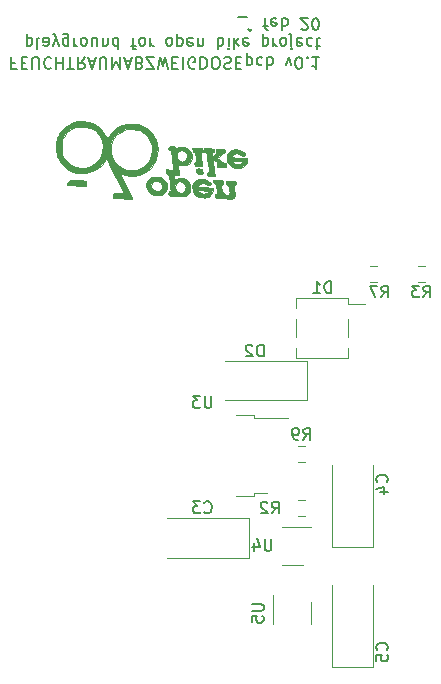
<source format=gbr>
G04 #@! TF.GenerationSoftware,KiCad,Pcbnew,5.1.5*
G04 #@! TF.CreationDate,2020-02-16T17:08:25+01:00*
G04 #@! TF.ProjectId,feuchtraumabzweigdose,66657563-6874-4726-9175-6d61627a7765,rev?*
G04 #@! TF.SameCoordinates,Original*
G04 #@! TF.FileFunction,Legend,Bot*
G04 #@! TF.FilePolarity,Positive*
%FSLAX46Y46*%
G04 Gerber Fmt 4.6, Leading zero omitted, Abs format (unit mm)*
G04 Created by KiCad (PCBNEW 5.1.5) date 2020-02-16 17:08:25*
%MOMM*%
%LPD*%
G04 APERTURE LIST*
%ADD10C,0.150000*%
%ADD11C,0.010000*%
%ADD12C,0.120000*%
G04 APERTURE END LIST*
D10*
X137827738Y-56331428D02*
X137494404Y-56331428D01*
X137494404Y-55807619D02*
X137494404Y-56807619D01*
X137970595Y-56807619D01*
X138351547Y-56331428D02*
X138684880Y-56331428D01*
X138827738Y-55807619D02*
X138351547Y-55807619D01*
X138351547Y-56807619D01*
X138827738Y-56807619D01*
X139256309Y-56807619D02*
X139256309Y-55998095D01*
X139303928Y-55902857D01*
X139351547Y-55855238D01*
X139446785Y-55807619D01*
X139637261Y-55807619D01*
X139732500Y-55855238D01*
X139780119Y-55902857D01*
X139827738Y-55998095D01*
X139827738Y-56807619D01*
X140875357Y-55902857D02*
X140827738Y-55855238D01*
X140684880Y-55807619D01*
X140589642Y-55807619D01*
X140446785Y-55855238D01*
X140351547Y-55950476D01*
X140303928Y-56045714D01*
X140256309Y-56236190D01*
X140256309Y-56379047D01*
X140303928Y-56569523D01*
X140351547Y-56664761D01*
X140446785Y-56760000D01*
X140589642Y-56807619D01*
X140684880Y-56807619D01*
X140827738Y-56760000D01*
X140875357Y-56712380D01*
X141303928Y-55807619D02*
X141303928Y-56807619D01*
X141303928Y-56331428D02*
X141875357Y-56331428D01*
X141875357Y-55807619D02*
X141875357Y-56807619D01*
X142208690Y-56807619D02*
X142780119Y-56807619D01*
X142494404Y-55807619D02*
X142494404Y-56807619D01*
X143684880Y-55807619D02*
X143351547Y-56283809D01*
X143113452Y-55807619D02*
X143113452Y-56807619D01*
X143494404Y-56807619D01*
X143589642Y-56760000D01*
X143637261Y-56712380D01*
X143684880Y-56617142D01*
X143684880Y-56474285D01*
X143637261Y-56379047D01*
X143589642Y-56331428D01*
X143494404Y-56283809D01*
X143113452Y-56283809D01*
X144065833Y-56093333D02*
X144542023Y-56093333D01*
X143970595Y-55807619D02*
X144303928Y-56807619D01*
X144637261Y-55807619D01*
X144970595Y-56807619D02*
X144970595Y-55998095D01*
X145018214Y-55902857D01*
X145065833Y-55855238D01*
X145161071Y-55807619D01*
X145351547Y-55807619D01*
X145446785Y-55855238D01*
X145494404Y-55902857D01*
X145542023Y-55998095D01*
X145542023Y-56807619D01*
X146018214Y-55807619D02*
X146018214Y-56807619D01*
X146351547Y-56093333D01*
X146684880Y-56807619D01*
X146684880Y-55807619D01*
X147113452Y-56093333D02*
X147589642Y-56093333D01*
X147018214Y-55807619D02*
X147351547Y-56807619D01*
X147684880Y-55807619D01*
X148351547Y-56331428D02*
X148494404Y-56283809D01*
X148542023Y-56236190D01*
X148589642Y-56140952D01*
X148589642Y-55998095D01*
X148542023Y-55902857D01*
X148494404Y-55855238D01*
X148399166Y-55807619D01*
X148018214Y-55807619D01*
X148018214Y-56807619D01*
X148351547Y-56807619D01*
X148446785Y-56760000D01*
X148494404Y-56712380D01*
X148542023Y-56617142D01*
X148542023Y-56521904D01*
X148494404Y-56426666D01*
X148446785Y-56379047D01*
X148351547Y-56331428D01*
X148018214Y-56331428D01*
X148922976Y-56807619D02*
X149589642Y-56807619D01*
X148922976Y-55807619D01*
X149589642Y-55807619D01*
X149875357Y-56807619D02*
X150113452Y-55807619D01*
X150303928Y-56521904D01*
X150494404Y-55807619D01*
X150732500Y-56807619D01*
X151113452Y-56331428D02*
X151446785Y-56331428D01*
X151589642Y-55807619D02*
X151113452Y-55807619D01*
X151113452Y-56807619D01*
X151589642Y-56807619D01*
X152018214Y-55807619D02*
X152018214Y-56807619D01*
X153018214Y-56760000D02*
X152922976Y-56807619D01*
X152780119Y-56807619D01*
X152637261Y-56760000D01*
X152542023Y-56664761D01*
X152494404Y-56569523D01*
X152446785Y-56379047D01*
X152446785Y-56236190D01*
X152494404Y-56045714D01*
X152542023Y-55950476D01*
X152637261Y-55855238D01*
X152780119Y-55807619D01*
X152875357Y-55807619D01*
X153018214Y-55855238D01*
X153065833Y-55902857D01*
X153065833Y-56236190D01*
X152875357Y-56236190D01*
X153494404Y-55807619D02*
X153494404Y-56807619D01*
X153732500Y-56807619D01*
X153875357Y-56760000D01*
X153970595Y-56664761D01*
X154018214Y-56569523D01*
X154065833Y-56379047D01*
X154065833Y-56236190D01*
X154018214Y-56045714D01*
X153970595Y-55950476D01*
X153875357Y-55855238D01*
X153732500Y-55807619D01*
X153494404Y-55807619D01*
X154684880Y-56807619D02*
X154875357Y-56807619D01*
X154970595Y-56760000D01*
X155065833Y-56664761D01*
X155113452Y-56474285D01*
X155113452Y-56140952D01*
X155065833Y-55950476D01*
X154970595Y-55855238D01*
X154875357Y-55807619D01*
X154684880Y-55807619D01*
X154589642Y-55855238D01*
X154494404Y-55950476D01*
X154446785Y-56140952D01*
X154446785Y-56474285D01*
X154494404Y-56664761D01*
X154589642Y-56760000D01*
X154684880Y-56807619D01*
X155494404Y-55855238D02*
X155637261Y-55807619D01*
X155875357Y-55807619D01*
X155970595Y-55855238D01*
X156018214Y-55902857D01*
X156065833Y-55998095D01*
X156065833Y-56093333D01*
X156018214Y-56188571D01*
X155970595Y-56236190D01*
X155875357Y-56283809D01*
X155684880Y-56331428D01*
X155589642Y-56379047D01*
X155542023Y-56426666D01*
X155494404Y-56521904D01*
X155494404Y-56617142D01*
X155542023Y-56712380D01*
X155589642Y-56760000D01*
X155684880Y-56807619D01*
X155922976Y-56807619D01*
X156065833Y-56760000D01*
X156494404Y-56331428D02*
X156827738Y-56331428D01*
X156970595Y-55807619D02*
X156494404Y-55807619D01*
X156494404Y-56807619D01*
X156970595Y-56807619D01*
X157399166Y-56474285D02*
X157399166Y-55474285D01*
X157399166Y-56426666D02*
X157494404Y-56474285D01*
X157684880Y-56474285D01*
X157780119Y-56426666D01*
X157827738Y-56379047D01*
X157875357Y-56283809D01*
X157875357Y-55998095D01*
X157827738Y-55902857D01*
X157780119Y-55855238D01*
X157684880Y-55807619D01*
X157494404Y-55807619D01*
X157399166Y-55855238D01*
X158732500Y-55855238D02*
X158637261Y-55807619D01*
X158446785Y-55807619D01*
X158351547Y-55855238D01*
X158303928Y-55902857D01*
X158256309Y-55998095D01*
X158256309Y-56283809D01*
X158303928Y-56379047D01*
X158351547Y-56426666D01*
X158446785Y-56474285D01*
X158637261Y-56474285D01*
X158732500Y-56426666D01*
X159161071Y-55807619D02*
X159161071Y-56807619D01*
X159161071Y-56426666D02*
X159256309Y-56474285D01*
X159446785Y-56474285D01*
X159542023Y-56426666D01*
X159589642Y-56379047D01*
X159637261Y-56283809D01*
X159637261Y-55998095D01*
X159589642Y-55902857D01*
X159542023Y-55855238D01*
X159446785Y-55807619D01*
X159256309Y-55807619D01*
X159161071Y-55855238D01*
X160732500Y-56474285D02*
X160970595Y-55807619D01*
X161208690Y-56474285D01*
X161780119Y-56807619D02*
X161875357Y-56807619D01*
X161970595Y-56760000D01*
X162018214Y-56712380D01*
X162065833Y-56617142D01*
X162113452Y-56426666D01*
X162113452Y-56188571D01*
X162065833Y-55998095D01*
X162018214Y-55902857D01*
X161970595Y-55855238D01*
X161875357Y-55807619D01*
X161780119Y-55807619D01*
X161684880Y-55855238D01*
X161637261Y-55902857D01*
X161589642Y-55998095D01*
X161542023Y-56188571D01*
X161542023Y-56426666D01*
X161589642Y-56617142D01*
X161637261Y-56712380D01*
X161684880Y-56760000D01*
X161780119Y-56807619D01*
X162542023Y-55902857D02*
X162589642Y-55855238D01*
X162542023Y-55807619D01*
X162494404Y-55855238D01*
X162542023Y-55902857D01*
X162542023Y-55807619D01*
X163542023Y-55807619D02*
X162970595Y-55807619D01*
X163256309Y-55807619D02*
X163256309Y-56807619D01*
X163161071Y-56664761D01*
X163065833Y-56569523D01*
X162970595Y-56521904D01*
X138780119Y-54824285D02*
X138780119Y-53824285D01*
X138780119Y-54776666D02*
X138875357Y-54824285D01*
X139065833Y-54824285D01*
X139161071Y-54776666D01*
X139208690Y-54729047D01*
X139256309Y-54633809D01*
X139256309Y-54348095D01*
X139208690Y-54252857D01*
X139161071Y-54205238D01*
X139065833Y-54157619D01*
X138875357Y-54157619D01*
X138780119Y-54205238D01*
X139827738Y-54157619D02*
X139732500Y-54205238D01*
X139684880Y-54300476D01*
X139684880Y-55157619D01*
X140637261Y-54157619D02*
X140637261Y-54681428D01*
X140589642Y-54776666D01*
X140494404Y-54824285D01*
X140303928Y-54824285D01*
X140208690Y-54776666D01*
X140637261Y-54205238D02*
X140542023Y-54157619D01*
X140303928Y-54157619D01*
X140208690Y-54205238D01*
X140161071Y-54300476D01*
X140161071Y-54395714D01*
X140208690Y-54490952D01*
X140303928Y-54538571D01*
X140542023Y-54538571D01*
X140637261Y-54586190D01*
X141018214Y-54824285D02*
X141256309Y-54157619D01*
X141494404Y-54824285D02*
X141256309Y-54157619D01*
X141161071Y-53919523D01*
X141113452Y-53871904D01*
X141018214Y-53824285D01*
X142303928Y-54824285D02*
X142303928Y-54014761D01*
X142256309Y-53919523D01*
X142208690Y-53871904D01*
X142113452Y-53824285D01*
X141970595Y-53824285D01*
X141875357Y-53871904D01*
X142303928Y-54205238D02*
X142208690Y-54157619D01*
X142018214Y-54157619D01*
X141922976Y-54205238D01*
X141875357Y-54252857D01*
X141827738Y-54348095D01*
X141827738Y-54633809D01*
X141875357Y-54729047D01*
X141922976Y-54776666D01*
X142018214Y-54824285D01*
X142208690Y-54824285D01*
X142303928Y-54776666D01*
X142780119Y-54157619D02*
X142780119Y-54824285D01*
X142780119Y-54633809D02*
X142827738Y-54729047D01*
X142875357Y-54776666D01*
X142970595Y-54824285D01*
X143065833Y-54824285D01*
X143542023Y-54157619D02*
X143446785Y-54205238D01*
X143399166Y-54252857D01*
X143351547Y-54348095D01*
X143351547Y-54633809D01*
X143399166Y-54729047D01*
X143446785Y-54776666D01*
X143542023Y-54824285D01*
X143684880Y-54824285D01*
X143780119Y-54776666D01*
X143827738Y-54729047D01*
X143875357Y-54633809D01*
X143875357Y-54348095D01*
X143827738Y-54252857D01*
X143780119Y-54205238D01*
X143684880Y-54157619D01*
X143542023Y-54157619D01*
X144732500Y-54824285D02*
X144732500Y-54157619D01*
X144303928Y-54824285D02*
X144303928Y-54300476D01*
X144351547Y-54205238D01*
X144446785Y-54157619D01*
X144589642Y-54157619D01*
X144684880Y-54205238D01*
X144732500Y-54252857D01*
X145208690Y-54824285D02*
X145208690Y-54157619D01*
X145208690Y-54729047D02*
X145256309Y-54776666D01*
X145351547Y-54824285D01*
X145494404Y-54824285D01*
X145589642Y-54776666D01*
X145637261Y-54681428D01*
X145637261Y-54157619D01*
X146542023Y-54157619D02*
X146542023Y-55157619D01*
X146542023Y-54205238D02*
X146446785Y-54157619D01*
X146256309Y-54157619D01*
X146161071Y-54205238D01*
X146113452Y-54252857D01*
X146065833Y-54348095D01*
X146065833Y-54633809D01*
X146113452Y-54729047D01*
X146161071Y-54776666D01*
X146256309Y-54824285D01*
X146446785Y-54824285D01*
X146542023Y-54776666D01*
X147637261Y-54824285D02*
X148018214Y-54824285D01*
X147780119Y-54157619D02*
X147780119Y-55014761D01*
X147827738Y-55110000D01*
X147922976Y-55157619D01*
X148018214Y-55157619D01*
X148494404Y-54157619D02*
X148399166Y-54205238D01*
X148351547Y-54252857D01*
X148303928Y-54348095D01*
X148303928Y-54633809D01*
X148351547Y-54729047D01*
X148399166Y-54776666D01*
X148494404Y-54824285D01*
X148637261Y-54824285D01*
X148732499Y-54776666D01*
X148780119Y-54729047D01*
X148827738Y-54633809D01*
X148827738Y-54348095D01*
X148780119Y-54252857D01*
X148732499Y-54205238D01*
X148637261Y-54157619D01*
X148494404Y-54157619D01*
X149256309Y-54157619D02*
X149256309Y-54824285D01*
X149256309Y-54633809D02*
X149303928Y-54729047D01*
X149351547Y-54776666D01*
X149446785Y-54824285D01*
X149542023Y-54824285D01*
X150780119Y-54157619D02*
X150684880Y-54205238D01*
X150637261Y-54252857D01*
X150589642Y-54348095D01*
X150589642Y-54633809D01*
X150637261Y-54729047D01*
X150684880Y-54776666D01*
X150780119Y-54824285D01*
X150922976Y-54824285D01*
X151018214Y-54776666D01*
X151065833Y-54729047D01*
X151113452Y-54633809D01*
X151113452Y-54348095D01*
X151065833Y-54252857D01*
X151018214Y-54205238D01*
X150922976Y-54157619D01*
X150780119Y-54157619D01*
X151542023Y-54824285D02*
X151542023Y-53824285D01*
X151542023Y-54776666D02*
X151637261Y-54824285D01*
X151827738Y-54824285D01*
X151922976Y-54776666D01*
X151970595Y-54729047D01*
X152018214Y-54633809D01*
X152018214Y-54348095D01*
X151970595Y-54252857D01*
X151922976Y-54205238D01*
X151827738Y-54157619D01*
X151637261Y-54157619D01*
X151542023Y-54205238D01*
X152827738Y-54205238D02*
X152732499Y-54157619D01*
X152542023Y-54157619D01*
X152446785Y-54205238D01*
X152399166Y-54300476D01*
X152399166Y-54681428D01*
X152446785Y-54776666D01*
X152542023Y-54824285D01*
X152732499Y-54824285D01*
X152827738Y-54776666D01*
X152875357Y-54681428D01*
X152875357Y-54586190D01*
X152399166Y-54490952D01*
X153303928Y-54824285D02*
X153303928Y-54157619D01*
X153303928Y-54729047D02*
X153351547Y-54776666D01*
X153446785Y-54824285D01*
X153589642Y-54824285D01*
X153684880Y-54776666D01*
X153732499Y-54681428D01*
X153732499Y-54157619D01*
X154970595Y-54157619D02*
X154970595Y-55157619D01*
X154970595Y-54776666D02*
X155065833Y-54824285D01*
X155256309Y-54824285D01*
X155351547Y-54776666D01*
X155399166Y-54729047D01*
X155446785Y-54633809D01*
X155446785Y-54348095D01*
X155399166Y-54252857D01*
X155351547Y-54205238D01*
X155256309Y-54157619D01*
X155065833Y-54157619D01*
X154970595Y-54205238D01*
X155875357Y-54157619D02*
X155875357Y-54824285D01*
X155875357Y-55157619D02*
X155827738Y-55110000D01*
X155875357Y-55062380D01*
X155922976Y-55110000D01*
X155875357Y-55157619D01*
X155875357Y-55062380D01*
X156351547Y-54157619D02*
X156351547Y-55157619D01*
X156446785Y-54538571D02*
X156732499Y-54157619D01*
X156732499Y-54824285D02*
X156351547Y-54443333D01*
X157542023Y-54205238D02*
X157446785Y-54157619D01*
X157256309Y-54157619D01*
X157161071Y-54205238D01*
X157113452Y-54300476D01*
X157113452Y-54681428D01*
X157161071Y-54776666D01*
X157256309Y-54824285D01*
X157446785Y-54824285D01*
X157542023Y-54776666D01*
X157589642Y-54681428D01*
X157589642Y-54586190D01*
X157113452Y-54490952D01*
X158780119Y-54824285D02*
X158780119Y-53824285D01*
X158780119Y-54776666D02*
X158875357Y-54824285D01*
X159065833Y-54824285D01*
X159161071Y-54776666D01*
X159208690Y-54729047D01*
X159256309Y-54633809D01*
X159256309Y-54348095D01*
X159208690Y-54252857D01*
X159161071Y-54205238D01*
X159065833Y-54157619D01*
X158875357Y-54157619D01*
X158780119Y-54205238D01*
X159684880Y-54157619D02*
X159684880Y-54824285D01*
X159684880Y-54633809D02*
X159732499Y-54729047D01*
X159780119Y-54776666D01*
X159875357Y-54824285D01*
X159970595Y-54824285D01*
X160446785Y-54157619D02*
X160351547Y-54205238D01*
X160303928Y-54252857D01*
X160256309Y-54348095D01*
X160256309Y-54633809D01*
X160303928Y-54729047D01*
X160351547Y-54776666D01*
X160446785Y-54824285D01*
X160589642Y-54824285D01*
X160684880Y-54776666D01*
X160732499Y-54729047D01*
X160780119Y-54633809D01*
X160780119Y-54348095D01*
X160732499Y-54252857D01*
X160684880Y-54205238D01*
X160589642Y-54157619D01*
X160446785Y-54157619D01*
X161208690Y-54824285D02*
X161208690Y-53967142D01*
X161161071Y-53871904D01*
X161065833Y-53824285D01*
X161018214Y-53824285D01*
X161208690Y-55157619D02*
X161161071Y-55110000D01*
X161208690Y-55062380D01*
X161256309Y-55110000D01*
X161208690Y-55157619D01*
X161208690Y-55062380D01*
X162065833Y-54205238D02*
X161970595Y-54157619D01*
X161780119Y-54157619D01*
X161684880Y-54205238D01*
X161637261Y-54300476D01*
X161637261Y-54681428D01*
X161684880Y-54776666D01*
X161780119Y-54824285D01*
X161970595Y-54824285D01*
X162065833Y-54776666D01*
X162113452Y-54681428D01*
X162113452Y-54586190D01*
X161637261Y-54490952D01*
X162970595Y-54205238D02*
X162875357Y-54157619D01*
X162684880Y-54157619D01*
X162589642Y-54205238D01*
X162542023Y-54252857D01*
X162494404Y-54348095D01*
X162494404Y-54633809D01*
X162542023Y-54729047D01*
X162589642Y-54776666D01*
X162684880Y-54824285D01*
X162875357Y-54824285D01*
X162970595Y-54776666D01*
X163256309Y-54824285D02*
X163637261Y-54824285D01*
X163399166Y-55157619D02*
X163399166Y-54300476D01*
X163446785Y-54205238D01*
X163542023Y-54157619D01*
X163637261Y-54157619D01*
X156637261Y-52412380D02*
X157399166Y-52412380D01*
X157494404Y-53412380D02*
X157684880Y-53555238D01*
X157875357Y-53412380D01*
X158827738Y-53174285D02*
X159208690Y-53174285D01*
X158970595Y-52507619D02*
X158970595Y-53364761D01*
X159018214Y-53460000D01*
X159113452Y-53507619D01*
X159208690Y-53507619D01*
X159922976Y-52555238D02*
X159827738Y-52507619D01*
X159637261Y-52507619D01*
X159542023Y-52555238D01*
X159494404Y-52650476D01*
X159494404Y-53031428D01*
X159542023Y-53126666D01*
X159637261Y-53174285D01*
X159827738Y-53174285D01*
X159922976Y-53126666D01*
X159970595Y-53031428D01*
X159970595Y-52936190D01*
X159494404Y-52840952D01*
X160399166Y-52507619D02*
X160399166Y-53507619D01*
X160399166Y-53126666D02*
X160494404Y-53174285D01*
X160684880Y-53174285D01*
X160780119Y-53126666D01*
X160827738Y-53079047D01*
X160875357Y-52983809D01*
X160875357Y-52698095D01*
X160827738Y-52602857D01*
X160780119Y-52555238D01*
X160684880Y-52507619D01*
X160494404Y-52507619D01*
X160399166Y-52555238D01*
X162018214Y-53412380D02*
X162065833Y-53460000D01*
X162161071Y-53507619D01*
X162399166Y-53507619D01*
X162494404Y-53460000D01*
X162542023Y-53412380D01*
X162589642Y-53317142D01*
X162589642Y-53221904D01*
X162542023Y-53079047D01*
X161970595Y-52507619D01*
X162589642Y-52507619D01*
X163208690Y-53507619D02*
X163303928Y-53507619D01*
X163399166Y-53460000D01*
X163446785Y-53412380D01*
X163494404Y-53317142D01*
X163542023Y-53126666D01*
X163542023Y-52888571D01*
X163494404Y-52698095D01*
X163446785Y-52602857D01*
X163399166Y-52555238D01*
X163303928Y-52507619D01*
X163208690Y-52507619D01*
X163113452Y-52555238D01*
X163065833Y-52602857D01*
X163018214Y-52698095D01*
X162970595Y-52888571D01*
X162970595Y-53126666D01*
X163018214Y-53317142D01*
X163065833Y-53412380D01*
X163113452Y-53460000D01*
X163208690Y-53507619D01*
D11*
G36*
X156258367Y-67742871D02*
G01*
X156312043Y-67697097D01*
X156371093Y-67608213D01*
X156397145Y-67487492D01*
X156394461Y-67298672D01*
X156379473Y-67123710D01*
X156360427Y-66877911D01*
X156365410Y-66732090D01*
X156397417Y-66658349D01*
X156431735Y-66636750D01*
X156500995Y-66546560D01*
X156496386Y-66432586D01*
X156470532Y-66341933D01*
X156415613Y-66291860D01*
X156299675Y-66270385D01*
X156090767Y-66265526D01*
X156050824Y-66265489D01*
X155826935Y-66268454D01*
X155703086Y-66285059D01*
X155649740Y-66326873D01*
X155637363Y-66405461D01*
X155637204Y-66427479D01*
X155669287Y-66556315D01*
X155758318Y-66589469D01*
X155853250Y-66650852D01*
X155920620Y-66825541D01*
X155956084Y-67099350D01*
X155960471Y-67249803D01*
X155936308Y-67408139D01*
X155850622Y-67467447D01*
X155686195Y-67435629D01*
X155615569Y-67408091D01*
X155462356Y-67337729D01*
X155373574Y-67262708D01*
X155323544Y-67143962D01*
X155286589Y-66942427D01*
X155279779Y-66897250D01*
X155258376Y-66709399D01*
X155271663Y-66617176D01*
X155325476Y-66589867D01*
X155338266Y-66589469D01*
X155424105Y-66534640D01*
X155442817Y-66435036D01*
X155412417Y-66320404D01*
X155308565Y-66248295D01*
X155112279Y-66211202D01*
X154852440Y-66201578D01*
X154671486Y-66206071D01*
X154589251Y-66233327D01*
X154574930Y-66301876D01*
X154584611Y-66362683D01*
X154637121Y-66484508D01*
X154700851Y-66524673D01*
X154762314Y-66545665D01*
X154808760Y-66623767D01*
X154847819Y-66781673D01*
X154887122Y-67042074D01*
X154894790Y-67101419D01*
X154916026Y-67300754D01*
X154910226Y-67398616D01*
X154871893Y-67421322D01*
X154830415Y-67409597D01*
X154754318Y-67402890D01*
X154736756Y-67485152D01*
X154741995Y-67545606D01*
X154766784Y-67654392D01*
X154832670Y-67710596D01*
X154976096Y-67736149D01*
X155070240Y-67743147D01*
X155268920Y-67742258D01*
X155369783Y-67711068D01*
X155378021Y-67692886D01*
X155426778Y-67667536D01*
X155561395Y-67717741D01*
X155569191Y-67721734D01*
X155817416Y-67804929D01*
X156061529Y-67811498D01*
X156258367Y-67742871D01*
G37*
X156258367Y-67742871D02*
X156312043Y-67697097D01*
X156371093Y-67608213D01*
X156397145Y-67487492D01*
X156394461Y-67298672D01*
X156379473Y-67123710D01*
X156360427Y-66877911D01*
X156365410Y-66732090D01*
X156397417Y-66658349D01*
X156431735Y-66636750D01*
X156500995Y-66546560D01*
X156496386Y-66432586D01*
X156470532Y-66341933D01*
X156415613Y-66291860D01*
X156299675Y-66270385D01*
X156090767Y-66265526D01*
X156050824Y-66265489D01*
X155826935Y-66268454D01*
X155703086Y-66285059D01*
X155649740Y-66326873D01*
X155637363Y-66405461D01*
X155637204Y-66427479D01*
X155669287Y-66556315D01*
X155758318Y-66589469D01*
X155853250Y-66650852D01*
X155920620Y-66825541D01*
X155956084Y-67099350D01*
X155960471Y-67249803D01*
X155936308Y-67408139D01*
X155850622Y-67467447D01*
X155686195Y-67435629D01*
X155615569Y-67408091D01*
X155462356Y-67337729D01*
X155373574Y-67262708D01*
X155323544Y-67143962D01*
X155286589Y-66942427D01*
X155279779Y-66897250D01*
X155258376Y-66709399D01*
X155271663Y-66617176D01*
X155325476Y-66589867D01*
X155338266Y-66589469D01*
X155424105Y-66534640D01*
X155442817Y-66435036D01*
X155412417Y-66320404D01*
X155308565Y-66248295D01*
X155112279Y-66211202D01*
X154852440Y-66201578D01*
X154671486Y-66206071D01*
X154589251Y-66233327D01*
X154574930Y-66301876D01*
X154584611Y-66362683D01*
X154637121Y-66484508D01*
X154700851Y-66524673D01*
X154762314Y-66545665D01*
X154808760Y-66623767D01*
X154847819Y-66781673D01*
X154887122Y-67042074D01*
X154894790Y-67101419D01*
X154916026Y-67300754D01*
X154910226Y-67398616D01*
X154871893Y-67421322D01*
X154830415Y-67409597D01*
X154754318Y-67402890D01*
X154736756Y-67485152D01*
X154741995Y-67545606D01*
X154766784Y-67654392D01*
X154832670Y-67710596D01*
X154976096Y-67736149D01*
X155070240Y-67743147D01*
X155268920Y-67742258D01*
X155369783Y-67711068D01*
X155378021Y-67692886D01*
X155426778Y-67667536D01*
X155561395Y-67717741D01*
X155569191Y-67721734D01*
X155817416Y-67804929D01*
X156061529Y-67811498D01*
X156258367Y-67742871D01*
G36*
X143844347Y-66284505D02*
G01*
X143348602Y-66242599D01*
X142989641Y-66214230D01*
X142735769Y-66202329D01*
X142563135Y-66210333D01*
X142447893Y-66241682D01*
X142366195Y-66299811D01*
X142294194Y-66388161D01*
X142289055Y-66395349D01*
X142226142Y-66487191D01*
X142200371Y-66552683D01*
X142227752Y-66597596D01*
X142324290Y-66627699D01*
X142505995Y-66648762D01*
X142788874Y-66666554D01*
X143082995Y-66681521D01*
X143844347Y-66719632D01*
X143844347Y-66284505D01*
G37*
X143844347Y-66284505D02*
X143348602Y-66242599D01*
X142989641Y-66214230D01*
X142735769Y-66202329D01*
X142563135Y-66210333D01*
X142447893Y-66241682D01*
X142366195Y-66299811D01*
X142294194Y-66388161D01*
X142289055Y-66395349D01*
X142226142Y-66487191D01*
X142200371Y-66552683D01*
X142227752Y-66597596D01*
X142324290Y-66627699D01*
X142505995Y-66648762D01*
X142788874Y-66666554D01*
X143082995Y-66681521D01*
X143844347Y-66719632D01*
X143844347Y-66284505D01*
G36*
X154014377Y-67681823D02*
G01*
X154164649Y-67642591D01*
X154289606Y-67555751D01*
X154346270Y-67501596D01*
X154492244Y-67303920D01*
X154535674Y-67087412D01*
X154535674Y-66862632D01*
X153887715Y-66816255D01*
X153615881Y-66791863D01*
X153400179Y-66763114D01*
X153267983Y-66734215D01*
X153239755Y-66716700D01*
X153296018Y-66590326D01*
X153439800Y-66505452D01*
X153633595Y-66469487D01*
X153839895Y-66489839D01*
X154008707Y-66564821D01*
X154151611Y-66633242D01*
X154295490Y-66606879D01*
X154321300Y-66595604D01*
X154429922Y-66530402D01*
X154431147Y-66462864D01*
X154401196Y-66421592D01*
X154179380Y-66252084D01*
X153864735Y-66156003D01*
X153600373Y-66135898D01*
X153367471Y-66147788D01*
X153207253Y-66195348D01*
X153064048Y-66296414D01*
X153044140Y-66314086D01*
X152863039Y-66556458D01*
X152800133Y-66838899D01*
X152845617Y-67071110D01*
X153239755Y-67071110D01*
X153297449Y-67062568D01*
X153444095Y-67066628D01*
X153640041Y-67079921D01*
X153845634Y-67099084D01*
X154021224Y-67120748D01*
X154127156Y-67141548D01*
X154139933Y-67147528D01*
X154144289Y-67211627D01*
X154058716Y-67283667D01*
X153919573Y-67342511D01*
X153763218Y-67367019D01*
X153762407Y-67367020D01*
X153586606Y-67335181D01*
X153411602Y-67256377D01*
X153281677Y-67155678D01*
X153239755Y-67071110D01*
X152845617Y-67071110D01*
X152859225Y-67140579D01*
X152883184Y-67195469D01*
X153069817Y-67456542D01*
X153337804Y-67620084D01*
X153691488Y-67688477D01*
X153786954Y-67691000D01*
X154014377Y-67681823D01*
G37*
X154014377Y-67681823D02*
X154164649Y-67642591D01*
X154289606Y-67555751D01*
X154346270Y-67501596D01*
X154492244Y-67303920D01*
X154535674Y-67087412D01*
X154535674Y-66862632D01*
X153887715Y-66816255D01*
X153615881Y-66791863D01*
X153400179Y-66763114D01*
X153267983Y-66734215D01*
X153239755Y-66716700D01*
X153296018Y-66590326D01*
X153439800Y-66505452D01*
X153633595Y-66469487D01*
X153839895Y-66489839D01*
X154008707Y-66564821D01*
X154151611Y-66633242D01*
X154295490Y-66606879D01*
X154321300Y-66595604D01*
X154429922Y-66530402D01*
X154431147Y-66462864D01*
X154401196Y-66421592D01*
X154179380Y-66252084D01*
X153864735Y-66156003D01*
X153600373Y-66135898D01*
X153367471Y-66147788D01*
X153207253Y-66195348D01*
X153064048Y-66296414D01*
X153044140Y-66314086D01*
X152863039Y-66556458D01*
X152800133Y-66838899D01*
X152845617Y-67071110D01*
X153239755Y-67071110D01*
X153297449Y-67062568D01*
X153444095Y-67066628D01*
X153640041Y-67079921D01*
X153845634Y-67099084D01*
X154021224Y-67120748D01*
X154127156Y-67141548D01*
X154139933Y-67147528D01*
X154144289Y-67211627D01*
X154058716Y-67283667D01*
X153919573Y-67342511D01*
X153763218Y-67367019D01*
X153762407Y-67367020D01*
X153586606Y-67335181D01*
X153411602Y-67256377D01*
X153281677Y-67155678D01*
X153239755Y-67071110D01*
X152845617Y-67071110D01*
X152859225Y-67140579D01*
X152883184Y-67195469D01*
X153069817Y-67456542D01*
X153337804Y-67620084D01*
X153691488Y-67688477D01*
X153786954Y-67691000D01*
X154014377Y-67681823D01*
G36*
X149924249Y-67481324D02*
G01*
X150154534Y-67449781D01*
X150309678Y-67386851D01*
X150443898Y-67268954D01*
X150464416Y-67246371D01*
X150591368Y-67067573D01*
X150642592Y-66871986D01*
X150647919Y-66742814D01*
X150634981Y-66550583D01*
X150579349Y-66405953D01*
X150455799Y-66253795D01*
X150396358Y-66193070D01*
X150245886Y-66052267D01*
X150120259Y-65976984D01*
X149967102Y-65946856D01*
X149749421Y-65941510D01*
X149510649Y-65950241D01*
X149350493Y-65986577D01*
X149218572Y-66065726D01*
X149152264Y-66121801D01*
X148978657Y-66354446D01*
X148910649Y-66624948D01*
X148919084Y-66696669D01*
X149352000Y-66696669D01*
X149404323Y-66478206D01*
X149539060Y-66329235D01*
X149722868Y-66260995D01*
X149922401Y-66284722D01*
X150104314Y-66411654D01*
X150124848Y-66436218D01*
X150242051Y-66660175D01*
X150230422Y-66870558D01*
X150127027Y-67030822D01*
X149946687Y-67144713D01*
X149745250Y-67155796D01*
X149556528Y-67078650D01*
X149414331Y-66927851D01*
X149352472Y-66717979D01*
X149352000Y-66696669D01*
X148919084Y-66696669D01*
X148943395Y-66903373D01*
X149072050Y-67159784D01*
X149291768Y-67364248D01*
X149359734Y-67403417D01*
X149584385Y-67476165D01*
X149874876Y-67484932D01*
X149924249Y-67481324D01*
G37*
X149924249Y-67481324D02*
X150154534Y-67449781D01*
X150309678Y-67386851D01*
X150443898Y-67268954D01*
X150464416Y-67246371D01*
X150591368Y-67067573D01*
X150642592Y-66871986D01*
X150647919Y-66742814D01*
X150634981Y-66550583D01*
X150579349Y-66405953D01*
X150455799Y-66253795D01*
X150396358Y-66193070D01*
X150245886Y-66052267D01*
X150120259Y-65976984D01*
X149967102Y-65946856D01*
X149749421Y-65941510D01*
X149510649Y-65950241D01*
X149350493Y-65986577D01*
X149218572Y-66065726D01*
X149152264Y-66121801D01*
X148978657Y-66354446D01*
X148910649Y-66624948D01*
X148919084Y-66696669D01*
X149352000Y-66696669D01*
X149404323Y-66478206D01*
X149539060Y-66329235D01*
X149722868Y-66260995D01*
X149922401Y-66284722D01*
X150104314Y-66411654D01*
X150124848Y-66436218D01*
X150242051Y-66660175D01*
X150230422Y-66870558D01*
X150127027Y-67030822D01*
X149946687Y-67144713D01*
X149745250Y-67155796D01*
X149556528Y-67078650D01*
X149414331Y-66927851D01*
X149352472Y-66717979D01*
X149352000Y-66696669D01*
X148919084Y-66696669D01*
X148943395Y-66903373D01*
X149072050Y-67159784D01*
X149291768Y-67364248D01*
X149359734Y-67403417D01*
X149584385Y-67476165D01*
X149874876Y-67484932D01*
X149924249Y-67481324D01*
G36*
X153623283Y-65666930D02*
G01*
X153685048Y-65601329D01*
X153672890Y-65456408D01*
X153652487Y-65374546D01*
X153601593Y-65276629D01*
X153492771Y-65235176D01*
X153360556Y-65228755D01*
X153199095Y-65235063D01*
X153136110Y-65271535D01*
X153140544Y-65364490D01*
X153150286Y-65406944D01*
X153199613Y-65578686D01*
X153265150Y-65658387D01*
X153387785Y-65681226D01*
X153470365Y-65682326D01*
X153623283Y-65666930D01*
G37*
X153623283Y-65666930D02*
X153685048Y-65601329D01*
X153672890Y-65456408D01*
X153652487Y-65374546D01*
X153601593Y-65276629D01*
X153492771Y-65235176D01*
X153360556Y-65228755D01*
X153199095Y-65235063D01*
X153136110Y-65271535D01*
X153140544Y-65364490D01*
X153150286Y-65406944D01*
X153199613Y-65578686D01*
X153265150Y-65658387D01*
X153387785Y-65681226D01*
X153470365Y-65682326D01*
X153623283Y-65666930D01*
G36*
X156936676Y-65185927D02*
G01*
X157192832Y-65049696D01*
X157273172Y-64972712D01*
X157405073Y-64784523D01*
X157441661Y-64603044D01*
X157439010Y-64559412D01*
X157419092Y-64354010D01*
X156787332Y-64335464D01*
X156454245Y-64317196D01*
X156243758Y-64283014D01*
X156149429Y-64228934D01*
X156164817Y-64150970D01*
X156283479Y-64045137D01*
X156299581Y-64033704D01*
X156505257Y-63943719D01*
X156723415Y-63966611D01*
X156910874Y-64058039D01*
X157060444Y-64135292D01*
X157161128Y-64137850D01*
X157232407Y-64097206D01*
X157311237Y-64018420D01*
X157284884Y-63935794D01*
X157254656Y-63897413D01*
X157040599Y-63732287D01*
X156755149Y-63638766D01*
X156439212Y-63623781D01*
X156133697Y-63694261D01*
X156111168Y-63703696D01*
X155888169Y-63864392D01*
X155753012Y-64095865D01*
X155713213Y-64367198D01*
X155774969Y-64641617D01*
X156196399Y-64641617D01*
X156198482Y-64604010D01*
X156276626Y-64586357D01*
X156451765Y-64581117D01*
X156599101Y-64580796D01*
X156828717Y-64588931D01*
X156993459Y-64610510D01*
X157062282Y-64641296D01*
X157062715Y-64644098D01*
X157013828Y-64721647D01*
X156903358Y-64811814D01*
X156689733Y-64881038D01*
X156458643Y-64846796D01*
X156258966Y-64716943D01*
X156249442Y-64706715D01*
X156196399Y-64641617D01*
X155774969Y-64641617D01*
X155776288Y-64647474D01*
X155849083Y-64781800D01*
X156070985Y-65017221D01*
X156346032Y-65165705D01*
X156644503Y-65223268D01*
X156936676Y-65185927D01*
G37*
X156936676Y-65185927D02*
X157192832Y-65049696D01*
X157273172Y-64972712D01*
X157405073Y-64784523D01*
X157441661Y-64603044D01*
X157439010Y-64559412D01*
X157419092Y-64354010D01*
X156787332Y-64335464D01*
X156454245Y-64317196D01*
X156243758Y-64283014D01*
X156149429Y-64228934D01*
X156164817Y-64150970D01*
X156283479Y-64045137D01*
X156299581Y-64033704D01*
X156505257Y-63943719D01*
X156723415Y-63966611D01*
X156910874Y-64058039D01*
X157060444Y-64135292D01*
X157161128Y-64137850D01*
X157232407Y-64097206D01*
X157311237Y-64018420D01*
X157284884Y-63935794D01*
X157254656Y-63897413D01*
X157040599Y-63732287D01*
X156755149Y-63638766D01*
X156439212Y-63623781D01*
X156133697Y-63694261D01*
X156111168Y-63703696D01*
X155888169Y-63864392D01*
X155753012Y-64095865D01*
X155713213Y-64367198D01*
X155774969Y-64641617D01*
X156196399Y-64641617D01*
X156198482Y-64604010D01*
X156276626Y-64586357D01*
X156451765Y-64581117D01*
X156599101Y-64580796D01*
X156828717Y-64588931D01*
X156993459Y-64610510D01*
X157062282Y-64641296D01*
X157062715Y-64644098D01*
X157013828Y-64721647D01*
X156903358Y-64811814D01*
X156689733Y-64881038D01*
X156458643Y-64846796D01*
X156258966Y-64716943D01*
X156249442Y-64706715D01*
X156196399Y-64641617D01*
X155774969Y-64641617D01*
X155776288Y-64647474D01*
X155849083Y-64781800D01*
X156070985Y-65017221D01*
X156346032Y-65165705D01*
X156644503Y-65223268D01*
X156936676Y-65185927D01*
G36*
X154602738Y-65871879D02*
G01*
X154691317Y-65847290D01*
X154709585Y-65787819D01*
X154699524Y-65730923D01*
X154673451Y-65585798D01*
X154642990Y-65372657D01*
X154611987Y-65125421D01*
X154584288Y-64878010D01*
X154563737Y-64664342D01*
X154554180Y-64518339D01*
X154556925Y-64473150D01*
X154616097Y-64494958D01*
X154740251Y-64574051D01*
X154795887Y-64613953D01*
X154911730Y-64710995D01*
X154950000Y-64768453D01*
X154937038Y-64775183D01*
X154878902Y-64830550D01*
X154859653Y-64937173D01*
X154867039Y-65024252D01*
X154908713Y-65072754D01*
X155013954Y-65093939D01*
X155212039Y-65099069D01*
X155280827Y-65099163D01*
X155507231Y-65096322D01*
X155633336Y-65080294D01*
X155688419Y-65039817D01*
X155701757Y-64963630D01*
X155702000Y-64937173D01*
X155667030Y-64805353D01*
X155600282Y-64775183D01*
X155492888Y-64740240D01*
X155325390Y-64650407D01*
X155200334Y-64569996D01*
X154902103Y-64364808D01*
X155156261Y-64149786D01*
X155317004Y-64026128D01*
X155446669Y-63947918D01*
X155491414Y-63933800D01*
X155552279Y-63877670D01*
X155572408Y-63770847D01*
X155556873Y-63663915D01*
X155485408Y-63617948D01*
X155329424Y-63607972D01*
X155120809Y-63596014D01*
X154941364Y-63568130D01*
X154930514Y-63565367D01*
X154829276Y-63547788D01*
X154794694Y-63591082D01*
X154807508Y-63726123D01*
X154812148Y-63755097D01*
X154818718Y-63947045D01*
X154753757Y-64068121D01*
X154741287Y-64079428D01*
X154589347Y-64197260D01*
X154506731Y-64219475D01*
X154474284Y-64145141D01*
X154470878Y-64066252D01*
X154498724Y-63910262D01*
X154568072Y-63868040D01*
X154642063Y-63818514D01*
X154663521Y-63711762D01*
X154628920Y-63610530D01*
X154584271Y-63579798D01*
X154478790Y-63560733D01*
X154290720Y-63537526D01*
X154124191Y-63521046D01*
X153913680Y-63505071D01*
X153804689Y-63511092D01*
X153769833Y-63547781D01*
X153781726Y-63623813D01*
X153783127Y-63629066D01*
X153813911Y-63762075D01*
X153822034Y-63819444D01*
X153875427Y-63863005D01*
X153917176Y-63868040D01*
X153959879Y-63877136D01*
X153994876Y-63916504D01*
X154026496Y-64004267D01*
X154059066Y-64158546D01*
X154096914Y-64397464D01*
X154144368Y-64739143D01*
X154168646Y-64920974D01*
X154205558Y-65209958D01*
X154222758Y-65394145D01*
X154218990Y-65497008D01*
X154193001Y-65542019D01*
X154143538Y-65552653D01*
X154134904Y-65552734D01*
X154036520Y-65580668D01*
X154026341Y-65679128D01*
X154056637Y-65774221D01*
X154128535Y-65842396D01*
X154291632Y-65873201D01*
X154414249Y-65876714D01*
X154602738Y-65871879D01*
G37*
X154602738Y-65871879D02*
X154691317Y-65847290D01*
X154709585Y-65787819D01*
X154699524Y-65730923D01*
X154673451Y-65585798D01*
X154642990Y-65372657D01*
X154611987Y-65125421D01*
X154584288Y-64878010D01*
X154563737Y-64664342D01*
X154554180Y-64518339D01*
X154556925Y-64473150D01*
X154616097Y-64494958D01*
X154740251Y-64574051D01*
X154795887Y-64613953D01*
X154911730Y-64710995D01*
X154950000Y-64768453D01*
X154937038Y-64775183D01*
X154878902Y-64830550D01*
X154859653Y-64937173D01*
X154867039Y-65024252D01*
X154908713Y-65072754D01*
X155013954Y-65093939D01*
X155212039Y-65099069D01*
X155280827Y-65099163D01*
X155507231Y-65096322D01*
X155633336Y-65080294D01*
X155688419Y-65039817D01*
X155701757Y-64963630D01*
X155702000Y-64937173D01*
X155667030Y-64805353D01*
X155600282Y-64775183D01*
X155492888Y-64740240D01*
X155325390Y-64650407D01*
X155200334Y-64569996D01*
X154902103Y-64364808D01*
X155156261Y-64149786D01*
X155317004Y-64026128D01*
X155446669Y-63947918D01*
X155491414Y-63933800D01*
X155552279Y-63877670D01*
X155572408Y-63770847D01*
X155556873Y-63663915D01*
X155485408Y-63617948D01*
X155329424Y-63607972D01*
X155120809Y-63596014D01*
X154941364Y-63568130D01*
X154930514Y-63565367D01*
X154829276Y-63547788D01*
X154794694Y-63591082D01*
X154807508Y-63726123D01*
X154812148Y-63755097D01*
X154818718Y-63947045D01*
X154753757Y-64068121D01*
X154741287Y-64079428D01*
X154589347Y-64197260D01*
X154506731Y-64219475D01*
X154474284Y-64145141D01*
X154470878Y-64066252D01*
X154498724Y-63910262D01*
X154568072Y-63868040D01*
X154642063Y-63818514D01*
X154663521Y-63711762D01*
X154628920Y-63610530D01*
X154584271Y-63579798D01*
X154478790Y-63560733D01*
X154290720Y-63537526D01*
X154124191Y-63521046D01*
X153913680Y-63505071D01*
X153804689Y-63511092D01*
X153769833Y-63547781D01*
X153781726Y-63623813D01*
X153783127Y-63629066D01*
X153813911Y-63762075D01*
X153822034Y-63819444D01*
X153875427Y-63863005D01*
X153917176Y-63868040D01*
X153959879Y-63877136D01*
X153994876Y-63916504D01*
X154026496Y-64004267D01*
X154059066Y-64158546D01*
X154096914Y-64397464D01*
X154144368Y-64739143D01*
X154168646Y-64920974D01*
X154205558Y-65209958D01*
X154222758Y-65394145D01*
X154218990Y-65497008D01*
X154193001Y-65542019D01*
X154143538Y-65552653D01*
X154134904Y-65552734D01*
X154036520Y-65580668D01*
X154026341Y-65679128D01*
X154056637Y-65774221D01*
X154128535Y-65842396D01*
X154291632Y-65873201D01*
X154414249Y-65876714D01*
X154602738Y-65871879D01*
G36*
X153608148Y-64795296D02*
G01*
X153553481Y-64430847D01*
X153520758Y-64175338D01*
X153509569Y-64010059D01*
X153519502Y-63916300D01*
X153550146Y-63875353D01*
X153587785Y-63868040D01*
X153677485Y-63819277D01*
X153684421Y-63682876D01*
X153653996Y-63581758D01*
X153598783Y-63522861D01*
X153472518Y-63490740D01*
X153248799Y-63479519D01*
X153193493Y-63479265D01*
X152966479Y-63483695D01*
X152844725Y-63501310D01*
X152804072Y-63538592D01*
X152811649Y-63581758D01*
X152846613Y-63705205D01*
X152850980Y-63743748D01*
X152903013Y-63797661D01*
X152940963Y-63803245D01*
X153012973Y-63862552D01*
X153067535Y-64018519D01*
X153072770Y-64046229D01*
X153111214Y-64262129D01*
X153147825Y-64456754D01*
X153149926Y-64467403D01*
X153157715Y-64599802D01*
X153099225Y-64644527D01*
X153078610Y-64645591D01*
X153001726Y-64683528D01*
X152991352Y-64813561D01*
X152992467Y-64823780D01*
X153016575Y-64931567D01*
X153080491Y-64987892D01*
X153220119Y-65013868D01*
X153329658Y-65022082D01*
X153646346Y-65042195D01*
X153608148Y-64795296D01*
G37*
X153608148Y-64795296D02*
X153553481Y-64430847D01*
X153520758Y-64175338D01*
X153509569Y-64010059D01*
X153519502Y-63916300D01*
X153550146Y-63875353D01*
X153587785Y-63868040D01*
X153677485Y-63819277D01*
X153684421Y-63682876D01*
X153653996Y-63581758D01*
X153598783Y-63522861D01*
X153472518Y-63490740D01*
X153248799Y-63479519D01*
X153193493Y-63479265D01*
X152966479Y-63483695D01*
X152844725Y-63501310D01*
X152804072Y-63538592D01*
X152811649Y-63581758D01*
X152846613Y-63705205D01*
X152850980Y-63743748D01*
X152903013Y-63797661D01*
X152940963Y-63803245D01*
X153012973Y-63862552D01*
X153067535Y-64018519D01*
X153072770Y-64046229D01*
X153111214Y-64262129D01*
X153147825Y-64456754D01*
X153149926Y-64467403D01*
X153157715Y-64599802D01*
X153099225Y-64644527D01*
X153078610Y-64645591D01*
X153001726Y-64683528D01*
X152991352Y-64813561D01*
X152992467Y-64823780D01*
X153016575Y-64931567D01*
X153080491Y-64987892D01*
X153220119Y-65013868D01*
X153329658Y-65022082D01*
X153646346Y-65042195D01*
X153608148Y-64795296D01*
G36*
X152173556Y-67572184D02*
G01*
X152328483Y-67510481D01*
X152459662Y-67401854D01*
X152584798Y-67259531D01*
X152642543Y-67111390D01*
X152656592Y-66896462D01*
X152656592Y-66895129D01*
X152603055Y-66577888D01*
X152457518Y-66316835D01*
X152242594Y-66127172D01*
X151980893Y-66024103D01*
X151695027Y-66022831D01*
X151474067Y-66100056D01*
X151343349Y-66153306D01*
X151296053Y-66127875D01*
X151294993Y-66115856D01*
X151278363Y-65994407D01*
X151255038Y-65892913D01*
X151242938Y-65797227D01*
X151297155Y-65756093D01*
X151448606Y-65747128D01*
X151456391Y-65747122D01*
X151696814Y-65747122D01*
X151653649Y-65406944D01*
X151622888Y-65190157D01*
X151592238Y-65014014D01*
X151578386Y-64953308D01*
X151571841Y-64878708D01*
X151636195Y-64876760D01*
X151716883Y-64904711D01*
X152012986Y-64965932D01*
X152297469Y-64934813D01*
X152537324Y-64820997D01*
X152699543Y-64634122D01*
X152708773Y-64615004D01*
X152783633Y-64318975D01*
X152752284Y-64032608D01*
X152632939Y-63775968D01*
X152443810Y-63569115D01*
X152203109Y-63432114D01*
X151929047Y-63385027D01*
X151646712Y-63445007D01*
X151474585Y-63515107D01*
X151390630Y-63536050D01*
X151363195Y-63508040D01*
X151360674Y-63446867D01*
X151322514Y-63382805D01*
X151192763Y-63353625D01*
X151069092Y-63349673D01*
X150889163Y-63356387D01*
X150803915Y-63389390D01*
X150778624Y-63467971D01*
X150777511Y-63511663D01*
X150810045Y-63640147D01*
X150870880Y-63673653D01*
X150933980Y-63680894D01*
X150979036Y-63717672D01*
X151013382Y-63806565D01*
X151044350Y-63970154D01*
X151065183Y-64125776D01*
X151491687Y-64125776D01*
X151538785Y-63922751D01*
X151653105Y-63776389D01*
X151684653Y-63757581D01*
X151908515Y-63708393D01*
X152127442Y-63788240D01*
X152232179Y-63873372D01*
X152327097Y-64040559D01*
X152357286Y-64258232D01*
X152318937Y-64463719D01*
X152272842Y-64542343D01*
X152128669Y-64626376D01*
X151930044Y-64641375D01*
X151730608Y-64589781D01*
X151616305Y-64512448D01*
X151516098Y-64338123D01*
X151491687Y-64125776D01*
X151065183Y-64125776D01*
X151079272Y-64231018D01*
X151095842Y-64366443D01*
X151132834Y-64657237D01*
X151169620Y-64922209D01*
X151200127Y-65118400D01*
X151209130Y-65167590D01*
X151250240Y-65373142D01*
X150916681Y-65327266D01*
X150583123Y-65281390D01*
X150583123Y-65474301D01*
X150617009Y-65636939D01*
X150703138Y-65698597D01*
X150765078Y-65736951D01*
X150812368Y-65830449D01*
X150852635Y-66003076D01*
X150893507Y-66278816D01*
X150897526Y-66309904D01*
X150940369Y-66660107D01*
X150949602Y-66758078D01*
X151360674Y-66758078D01*
X151413730Y-66541439D01*
X151551309Y-66395105D01*
X151741023Y-66333467D01*
X151950486Y-66370917D01*
X152068221Y-66443678D01*
X152199101Y-66618698D01*
X152251808Y-66836058D01*
X152221082Y-67046647D01*
X152145519Y-67165338D01*
X151958500Y-67277007D01*
X151757355Y-67281829D01*
X151571437Y-67195035D01*
X151430101Y-67031857D01*
X151362700Y-66807527D01*
X151360674Y-66758078D01*
X150949602Y-66758078D01*
X150963135Y-66901669D01*
X150965307Y-67054055D01*
X150946373Y-67136730D01*
X150905816Y-67169160D01*
X150874704Y-67172632D01*
X150797840Y-67223400D01*
X150782012Y-67343581D01*
X150832342Y-67482708D01*
X150931693Y-67535099D01*
X151135154Y-67565497D01*
X151268723Y-67570915D01*
X151546328Y-67575107D01*
X151828503Y-67580340D01*
X151957493Y-67583178D01*
X152173556Y-67572184D01*
G37*
X152173556Y-67572184D02*
X152328483Y-67510481D01*
X152459662Y-67401854D01*
X152584798Y-67259531D01*
X152642543Y-67111390D01*
X152656592Y-66896462D01*
X152656592Y-66895129D01*
X152603055Y-66577888D01*
X152457518Y-66316835D01*
X152242594Y-66127172D01*
X151980893Y-66024103D01*
X151695027Y-66022831D01*
X151474067Y-66100056D01*
X151343349Y-66153306D01*
X151296053Y-66127875D01*
X151294993Y-66115856D01*
X151278363Y-65994407D01*
X151255038Y-65892913D01*
X151242938Y-65797227D01*
X151297155Y-65756093D01*
X151448606Y-65747128D01*
X151456391Y-65747122D01*
X151696814Y-65747122D01*
X151653649Y-65406944D01*
X151622888Y-65190157D01*
X151592238Y-65014014D01*
X151578386Y-64953308D01*
X151571841Y-64878708D01*
X151636195Y-64876760D01*
X151716883Y-64904711D01*
X152012986Y-64965932D01*
X152297469Y-64934813D01*
X152537324Y-64820997D01*
X152699543Y-64634122D01*
X152708773Y-64615004D01*
X152783633Y-64318975D01*
X152752284Y-64032608D01*
X152632939Y-63775968D01*
X152443810Y-63569115D01*
X152203109Y-63432114D01*
X151929047Y-63385027D01*
X151646712Y-63445007D01*
X151474585Y-63515107D01*
X151390630Y-63536050D01*
X151363195Y-63508040D01*
X151360674Y-63446867D01*
X151322514Y-63382805D01*
X151192763Y-63353625D01*
X151069092Y-63349673D01*
X150889163Y-63356387D01*
X150803915Y-63389390D01*
X150778624Y-63467971D01*
X150777511Y-63511663D01*
X150810045Y-63640147D01*
X150870880Y-63673653D01*
X150933980Y-63680894D01*
X150979036Y-63717672D01*
X151013382Y-63806565D01*
X151044350Y-63970154D01*
X151065183Y-64125776D01*
X151491687Y-64125776D01*
X151538785Y-63922751D01*
X151653105Y-63776389D01*
X151684653Y-63757581D01*
X151908515Y-63708393D01*
X152127442Y-63788240D01*
X152232179Y-63873372D01*
X152327097Y-64040559D01*
X152357286Y-64258232D01*
X152318937Y-64463719D01*
X152272842Y-64542343D01*
X152128669Y-64626376D01*
X151930044Y-64641375D01*
X151730608Y-64589781D01*
X151616305Y-64512448D01*
X151516098Y-64338123D01*
X151491687Y-64125776D01*
X151065183Y-64125776D01*
X151079272Y-64231018D01*
X151095842Y-64366443D01*
X151132834Y-64657237D01*
X151169620Y-64922209D01*
X151200127Y-65118400D01*
X151209130Y-65167590D01*
X151250240Y-65373142D01*
X150916681Y-65327266D01*
X150583123Y-65281390D01*
X150583123Y-65474301D01*
X150617009Y-65636939D01*
X150703138Y-65698597D01*
X150765078Y-65736951D01*
X150812368Y-65830449D01*
X150852635Y-66003076D01*
X150893507Y-66278816D01*
X150897526Y-66309904D01*
X150940369Y-66660107D01*
X150949602Y-66758078D01*
X151360674Y-66758078D01*
X151413730Y-66541439D01*
X151551309Y-66395105D01*
X151741023Y-66333467D01*
X151950486Y-66370917D01*
X152068221Y-66443678D01*
X152199101Y-66618698D01*
X152251808Y-66836058D01*
X152221082Y-67046647D01*
X152145519Y-67165338D01*
X151958500Y-67277007D01*
X151757355Y-67281829D01*
X151571437Y-67195035D01*
X151430101Y-67031857D01*
X151362700Y-66807527D01*
X151360674Y-66758078D01*
X150949602Y-66758078D01*
X150963135Y-66901669D01*
X150965307Y-67054055D01*
X150946373Y-67136730D01*
X150905816Y-67169160D01*
X150874704Y-67172632D01*
X150797840Y-67223400D01*
X150782012Y-67343581D01*
X150832342Y-67482708D01*
X150931693Y-67535099D01*
X151135154Y-67565497D01*
X151268723Y-67570915D01*
X151546328Y-67575107D01*
X151828503Y-67580340D01*
X151957493Y-67583178D01*
X152173556Y-67572184D01*
G36*
X147712219Y-67791447D02*
G01*
X147732102Y-67784236D01*
X147704483Y-67719459D01*
X147627790Y-67557962D01*
X147511275Y-67318750D01*
X147364186Y-67020830D01*
X147212592Y-66716777D01*
X147021201Y-66334108D01*
X146886367Y-66055145D01*
X146807935Y-65867071D01*
X146785749Y-65757068D01*
X146819654Y-65712317D01*
X146909496Y-65720003D01*
X147055118Y-65767306D01*
X147201754Y-65821406D01*
X147500960Y-65876242D01*
X147865049Y-65858170D01*
X148257439Y-65774895D01*
X148641549Y-65634124D01*
X148974495Y-65447947D01*
X149292245Y-65165119D01*
X149567440Y-64801851D01*
X149763671Y-64407153D01*
X149778055Y-64366346D01*
X149852823Y-64009851D01*
X149868322Y-63598314D01*
X149827648Y-63182480D01*
X149733894Y-62813091D01*
X149674891Y-62674901D01*
X149405365Y-62269765D01*
X149042409Y-61912356D01*
X148621506Y-61637180D01*
X148593324Y-61623127D01*
X148384121Y-61530136D01*
X148195847Y-61475890D01*
X147979098Y-61450888D01*
X147684470Y-61445630D01*
X147670667Y-61445695D01*
X147239424Y-61468976D01*
X146926857Y-61533425D01*
X146866561Y-61556390D01*
X146528119Y-61738997D01*
X146206754Y-61977187D01*
X145942605Y-62238178D01*
X145813583Y-62416299D01*
X145714823Y-62578241D01*
X145644340Y-62681665D01*
X145624624Y-62701714D01*
X145586056Y-62649158D01*
X145511016Y-62514645D01*
X145455547Y-62406611D01*
X145256464Y-62105661D01*
X144975633Y-61806578D01*
X144655234Y-61549120D01*
X144376790Y-61389781D01*
X144006076Y-61279438D01*
X143552766Y-61230005D01*
X143255924Y-61224345D01*
X143032677Y-61244550D01*
X142828228Y-61298872D01*
X142660437Y-61364357D01*
X142197384Y-61610533D01*
X141835757Y-61922014D01*
X141556585Y-62316153D01*
X141498721Y-62427055D01*
X141393562Y-62653326D01*
X141329952Y-62838692D01*
X141297784Y-63031650D01*
X141286951Y-63280696D01*
X141286514Y-63409388D01*
X141739257Y-63409388D01*
X141743140Y-63126011D01*
X141762150Y-62928984D01*
X141805902Y-62775181D01*
X141884010Y-62621476D01*
X141932868Y-62540951D01*
X142224539Y-62171532D01*
X142576655Y-61890134D01*
X142848272Y-61756812D01*
X143115231Y-61698501D01*
X143448170Y-61681905D01*
X143794041Y-61704705D01*
X144099796Y-61764581D01*
X144242820Y-61817773D01*
X144634613Y-62076704D01*
X144935823Y-62421202D01*
X145137060Y-62835829D01*
X145228934Y-63305147D01*
X145233782Y-63446867D01*
X145190770Y-63800249D01*
X145894101Y-63800249D01*
X145908082Y-63356777D01*
X146035687Y-62920089D01*
X146193208Y-62632847D01*
X146369837Y-62433850D01*
X146621641Y-62227457D01*
X146901097Y-62047973D01*
X147160680Y-61929700D01*
X147172571Y-61925920D01*
X147428486Y-61886465D01*
X147748459Y-61891690D01*
X148077011Y-61936224D01*
X148358663Y-62014698D01*
X148433515Y-62047968D01*
X148805626Y-62283146D01*
X149081860Y-62570419D01*
X149259595Y-62867691D01*
X149406921Y-63306752D01*
X149435412Y-63754834D01*
X149352220Y-64190611D01*
X149164498Y-64592760D01*
X148879402Y-64939955D01*
X148504082Y-65210872D01*
X148467062Y-65230306D01*
X148092834Y-65358001D01*
X147669502Y-65400853D01*
X147245922Y-65358864D01*
X146870949Y-65232033D01*
X146867551Y-65230306D01*
X146480470Y-64965532D01*
X146185638Y-64625209D01*
X145988401Y-64229920D01*
X145894101Y-63800249D01*
X145190770Y-63800249D01*
X145175548Y-63925302D01*
X145004223Y-64342878D01*
X144724297Y-64692356D01*
X144340261Y-64966495D01*
X144268246Y-65003474D01*
X143829311Y-65150409D01*
X143378764Y-65179251D01*
X142938420Y-65097112D01*
X142530090Y-64911107D01*
X142175589Y-64628348D01*
X141896728Y-64255951D01*
X141879370Y-64224418D01*
X141804850Y-64055542D01*
X141761496Y-63865428D01*
X141742221Y-63612843D01*
X141739257Y-63409388D01*
X141286514Y-63409388D01*
X141286389Y-63445896D01*
X141295116Y-63774087D01*
X141323827Y-64015333D01*
X141379249Y-64211603D01*
X141426922Y-64322716D01*
X141702875Y-64766265D01*
X142061914Y-65130501D01*
X142484541Y-65404960D01*
X142951261Y-65579176D01*
X143442577Y-65642686D01*
X143824697Y-65609690D01*
X144336674Y-65460207D01*
X144783928Y-65218678D01*
X145147310Y-64897137D01*
X145316359Y-64672013D01*
X145423535Y-64511840D01*
X145503445Y-64409653D01*
X145529041Y-64389583D01*
X145565754Y-64445829D01*
X145652086Y-64602534D01*
X145779891Y-64844151D01*
X145941026Y-65155132D01*
X146127345Y-65519929D01*
X146292733Y-65847375D01*
X147024027Y-67302224D01*
X146575670Y-67302224D01*
X146339742Y-67304772D01*
X146202678Y-67319967D01*
X146133756Y-67359134D01*
X146102255Y-67433600D01*
X146092345Y-67480413D01*
X146080719Y-67623688D01*
X146100990Y-67698985D01*
X146176377Y-67716681D01*
X146347107Y-67735724D01*
X146583513Y-67754565D01*
X146855923Y-67771652D01*
X147134668Y-67785434D01*
X147390079Y-67794361D01*
X147592486Y-67796882D01*
X147712219Y-67791447D01*
G37*
X147712219Y-67791447D02*
X147732102Y-67784236D01*
X147704483Y-67719459D01*
X147627790Y-67557962D01*
X147511275Y-67318750D01*
X147364186Y-67020830D01*
X147212592Y-66716777D01*
X147021201Y-66334108D01*
X146886367Y-66055145D01*
X146807935Y-65867071D01*
X146785749Y-65757068D01*
X146819654Y-65712317D01*
X146909496Y-65720003D01*
X147055118Y-65767306D01*
X147201754Y-65821406D01*
X147500960Y-65876242D01*
X147865049Y-65858170D01*
X148257439Y-65774895D01*
X148641549Y-65634124D01*
X148974495Y-65447947D01*
X149292245Y-65165119D01*
X149567440Y-64801851D01*
X149763671Y-64407153D01*
X149778055Y-64366346D01*
X149852823Y-64009851D01*
X149868322Y-63598314D01*
X149827648Y-63182480D01*
X149733894Y-62813091D01*
X149674891Y-62674901D01*
X149405365Y-62269765D01*
X149042409Y-61912356D01*
X148621506Y-61637180D01*
X148593324Y-61623127D01*
X148384121Y-61530136D01*
X148195847Y-61475890D01*
X147979098Y-61450888D01*
X147684470Y-61445630D01*
X147670667Y-61445695D01*
X147239424Y-61468976D01*
X146926857Y-61533425D01*
X146866561Y-61556390D01*
X146528119Y-61738997D01*
X146206754Y-61977187D01*
X145942605Y-62238178D01*
X145813583Y-62416299D01*
X145714823Y-62578241D01*
X145644340Y-62681665D01*
X145624624Y-62701714D01*
X145586056Y-62649158D01*
X145511016Y-62514645D01*
X145455547Y-62406611D01*
X145256464Y-62105661D01*
X144975633Y-61806578D01*
X144655234Y-61549120D01*
X144376790Y-61389781D01*
X144006076Y-61279438D01*
X143552766Y-61230005D01*
X143255924Y-61224345D01*
X143032677Y-61244550D01*
X142828228Y-61298872D01*
X142660437Y-61364357D01*
X142197384Y-61610533D01*
X141835757Y-61922014D01*
X141556585Y-62316153D01*
X141498721Y-62427055D01*
X141393562Y-62653326D01*
X141329952Y-62838692D01*
X141297784Y-63031650D01*
X141286951Y-63280696D01*
X141286514Y-63409388D01*
X141739257Y-63409388D01*
X141743140Y-63126011D01*
X141762150Y-62928984D01*
X141805902Y-62775181D01*
X141884010Y-62621476D01*
X141932868Y-62540951D01*
X142224539Y-62171532D01*
X142576655Y-61890134D01*
X142848272Y-61756812D01*
X143115231Y-61698501D01*
X143448170Y-61681905D01*
X143794041Y-61704705D01*
X144099796Y-61764581D01*
X144242820Y-61817773D01*
X144634613Y-62076704D01*
X144935823Y-62421202D01*
X145137060Y-62835829D01*
X145228934Y-63305147D01*
X145233782Y-63446867D01*
X145190770Y-63800249D01*
X145894101Y-63800249D01*
X145908082Y-63356777D01*
X146035687Y-62920089D01*
X146193208Y-62632847D01*
X146369837Y-62433850D01*
X146621641Y-62227457D01*
X146901097Y-62047973D01*
X147160680Y-61929700D01*
X147172571Y-61925920D01*
X147428486Y-61886465D01*
X147748459Y-61891690D01*
X148077011Y-61936224D01*
X148358663Y-62014698D01*
X148433515Y-62047968D01*
X148805626Y-62283146D01*
X149081860Y-62570419D01*
X149259595Y-62867691D01*
X149406921Y-63306752D01*
X149435412Y-63754834D01*
X149352220Y-64190611D01*
X149164498Y-64592760D01*
X148879402Y-64939955D01*
X148504082Y-65210872D01*
X148467062Y-65230306D01*
X148092834Y-65358001D01*
X147669502Y-65400853D01*
X147245922Y-65358864D01*
X146870949Y-65232033D01*
X146867551Y-65230306D01*
X146480470Y-64965532D01*
X146185638Y-64625209D01*
X145988401Y-64229920D01*
X145894101Y-63800249D01*
X145190770Y-63800249D01*
X145175548Y-63925302D01*
X145004223Y-64342878D01*
X144724297Y-64692356D01*
X144340261Y-64966495D01*
X144268246Y-65003474D01*
X143829311Y-65150409D01*
X143378764Y-65179251D01*
X142938420Y-65097112D01*
X142530090Y-64911107D01*
X142175589Y-64628348D01*
X141896728Y-64255951D01*
X141879370Y-64224418D01*
X141804850Y-64055542D01*
X141761496Y-63865428D01*
X141742221Y-63612843D01*
X141739257Y-63409388D01*
X141286514Y-63409388D01*
X141286389Y-63445896D01*
X141295116Y-63774087D01*
X141323827Y-64015333D01*
X141379249Y-64211603D01*
X141426922Y-64322716D01*
X141702875Y-64766265D01*
X142061914Y-65130501D01*
X142484541Y-65404960D01*
X142951261Y-65579176D01*
X143442577Y-65642686D01*
X143824697Y-65609690D01*
X144336674Y-65460207D01*
X144783928Y-65218678D01*
X145147310Y-64897137D01*
X145316359Y-64672013D01*
X145423535Y-64511840D01*
X145503445Y-64409653D01*
X145529041Y-64389583D01*
X145565754Y-64445829D01*
X145652086Y-64602534D01*
X145779891Y-64844151D01*
X145941026Y-65155132D01*
X146127345Y-65519929D01*
X146292733Y-65847375D01*
X147024027Y-67302224D01*
X146575670Y-67302224D01*
X146339742Y-67304772D01*
X146202678Y-67319967D01*
X146133756Y-67359134D01*
X146102255Y-67433600D01*
X146092345Y-67480413D01*
X146080719Y-67623688D01*
X146100990Y-67698985D01*
X146176377Y-67716681D01*
X146347107Y-67735724D01*
X146583513Y-67754565D01*
X146855923Y-67771652D01*
X147134668Y-67785434D01*
X147390079Y-67794361D01*
X147592486Y-67796882D01*
X147712219Y-67791447D01*
D12*
X162900000Y-101970000D02*
X162900000Y-103770000D01*
X159680000Y-103770000D02*
X159680000Y-101320000D01*
X164660000Y-107440000D02*
X164660000Y-100505000D01*
X168080000Y-107440000D02*
X164660000Y-107440000D01*
X168080000Y-100505000D02*
X168080000Y-107440000D01*
X162310578Y-90118000D02*
X161793422Y-90118000D01*
X162310578Y-88698000D02*
X161793422Y-88698000D01*
X162515000Y-81535000D02*
X162515000Y-84835000D01*
X162515000Y-84835000D02*
X155615000Y-84835000D01*
X162515000Y-81535000D02*
X155615000Y-81535000D01*
X164660000Y-97280000D02*
X164660000Y-90345000D01*
X168080000Y-97280000D02*
X164660000Y-97280000D01*
X168080000Y-90345000D02*
X168080000Y-97280000D01*
X157605000Y-98230000D02*
X150670000Y-98230000D01*
X157605000Y-94810000D02*
X157605000Y-98230000D01*
X150670000Y-94810000D02*
X157605000Y-94810000D01*
X156545000Y-86085000D02*
X158045000Y-86085000D01*
X158045000Y-86085000D02*
X158045000Y-86355000D01*
X158045000Y-86355000D02*
X160875000Y-86355000D01*
X156545000Y-92985000D02*
X158045000Y-92985000D01*
X158045000Y-92985000D02*
X158045000Y-92715000D01*
X158045000Y-92715000D02*
X159145000Y-92715000D01*
X168406578Y-74878000D02*
X167889422Y-74878000D01*
X168406578Y-73458000D02*
X167889422Y-73458000D01*
X172470578Y-74878000D02*
X171953422Y-74878000D01*
X172470578Y-73458000D02*
X171953422Y-73458000D01*
X161793422Y-93270000D02*
X162310578Y-93270000D01*
X161793422Y-94690000D02*
X162310578Y-94690000D01*
X160390000Y-95545000D02*
X162840000Y-95545000D01*
X162190000Y-98765000D02*
X160390000Y-98765000D01*
X166030000Y-81240000D02*
X166030000Y-80440000D01*
X161630000Y-81240000D02*
X166030000Y-81240000D01*
X161630000Y-80440000D02*
X161630000Y-81240000D01*
X161630000Y-76240000D02*
X166030000Y-76240000D01*
X161630000Y-77040000D02*
X161630000Y-76240000D01*
X166030000Y-77940000D02*
X166030000Y-79540000D01*
X161630000Y-77940000D02*
X161630000Y-79540000D01*
X166030000Y-76740000D02*
X167430000Y-76740000D01*
X166030000Y-76240000D02*
X166030000Y-76740000D01*
D10*
X157842380Y-102108095D02*
X158651904Y-102108095D01*
X158747142Y-102155714D01*
X158794761Y-102203333D01*
X158842380Y-102298571D01*
X158842380Y-102489047D01*
X158794761Y-102584285D01*
X158747142Y-102631904D01*
X158651904Y-102679523D01*
X157842380Y-102679523D01*
X157842380Y-103631904D02*
X157842380Y-103155714D01*
X158318571Y-103108095D01*
X158270952Y-103155714D01*
X158223333Y-103250952D01*
X158223333Y-103489047D01*
X158270952Y-103584285D01*
X158318571Y-103631904D01*
X158413809Y-103679523D01*
X158651904Y-103679523D01*
X158747142Y-103631904D01*
X158794761Y-103584285D01*
X158842380Y-103489047D01*
X158842380Y-103250952D01*
X158794761Y-103155714D01*
X158747142Y-103108095D01*
X169277142Y-106005333D02*
X169324761Y-105957714D01*
X169372380Y-105814857D01*
X169372380Y-105719619D01*
X169324761Y-105576761D01*
X169229523Y-105481523D01*
X169134285Y-105433904D01*
X168943809Y-105386285D01*
X168800952Y-105386285D01*
X168610476Y-105433904D01*
X168515238Y-105481523D01*
X168420000Y-105576761D01*
X168372380Y-105719619D01*
X168372380Y-105814857D01*
X168420000Y-105957714D01*
X168467619Y-106005333D01*
X168372380Y-106910095D02*
X168372380Y-106433904D01*
X168848571Y-106386285D01*
X168800952Y-106433904D01*
X168753333Y-106529142D01*
X168753333Y-106767238D01*
X168800952Y-106862476D01*
X168848571Y-106910095D01*
X168943809Y-106957714D01*
X169181904Y-106957714D01*
X169277142Y-106910095D01*
X169324761Y-106862476D01*
X169372380Y-106767238D01*
X169372380Y-106529142D01*
X169324761Y-106433904D01*
X169277142Y-106386285D01*
X162218666Y-88210380D02*
X162552000Y-87734190D01*
X162790095Y-88210380D02*
X162790095Y-87210380D01*
X162409142Y-87210380D01*
X162313904Y-87258000D01*
X162266285Y-87305619D01*
X162218666Y-87400857D01*
X162218666Y-87543714D01*
X162266285Y-87638952D01*
X162313904Y-87686571D01*
X162409142Y-87734190D01*
X162790095Y-87734190D01*
X161742476Y-88210380D02*
X161552000Y-88210380D01*
X161456761Y-88162761D01*
X161409142Y-88115142D01*
X161313904Y-87972285D01*
X161266285Y-87781809D01*
X161266285Y-87400857D01*
X161313904Y-87305619D01*
X161361523Y-87258000D01*
X161456761Y-87210380D01*
X161647238Y-87210380D01*
X161742476Y-87258000D01*
X161790095Y-87305619D01*
X161837714Y-87400857D01*
X161837714Y-87638952D01*
X161790095Y-87734190D01*
X161742476Y-87781809D01*
X161647238Y-87829428D01*
X161456761Y-87829428D01*
X161361523Y-87781809D01*
X161313904Y-87734190D01*
X161266285Y-87638952D01*
X158853095Y-81137380D02*
X158853095Y-80137380D01*
X158615000Y-80137380D01*
X158472142Y-80185000D01*
X158376904Y-80280238D01*
X158329285Y-80375476D01*
X158281666Y-80565952D01*
X158281666Y-80708809D01*
X158329285Y-80899285D01*
X158376904Y-80994523D01*
X158472142Y-81089761D01*
X158615000Y-81137380D01*
X158853095Y-81137380D01*
X157900714Y-80232619D02*
X157853095Y-80185000D01*
X157757857Y-80137380D01*
X157519761Y-80137380D01*
X157424523Y-80185000D01*
X157376904Y-80232619D01*
X157329285Y-80327857D01*
X157329285Y-80423095D01*
X157376904Y-80565952D01*
X157948333Y-81137380D01*
X157329285Y-81137380D01*
X169277142Y-91781333D02*
X169324761Y-91733714D01*
X169372380Y-91590857D01*
X169372380Y-91495619D01*
X169324761Y-91352761D01*
X169229523Y-91257523D01*
X169134285Y-91209904D01*
X168943809Y-91162285D01*
X168800952Y-91162285D01*
X168610476Y-91209904D01*
X168515238Y-91257523D01*
X168420000Y-91352761D01*
X168372380Y-91495619D01*
X168372380Y-91590857D01*
X168420000Y-91733714D01*
X168467619Y-91781333D01*
X168705714Y-92638476D02*
X169372380Y-92638476D01*
X168324761Y-92400380D02*
X169039047Y-92162285D01*
X169039047Y-92781333D01*
X153836666Y-94327142D02*
X153884285Y-94374761D01*
X154027142Y-94422380D01*
X154122380Y-94422380D01*
X154265238Y-94374761D01*
X154360476Y-94279523D01*
X154408095Y-94184285D01*
X154455714Y-93993809D01*
X154455714Y-93850952D01*
X154408095Y-93660476D01*
X154360476Y-93565238D01*
X154265238Y-93470000D01*
X154122380Y-93422380D01*
X154027142Y-93422380D01*
X153884285Y-93470000D01*
X153836666Y-93517619D01*
X153503333Y-93422380D02*
X152884285Y-93422380D01*
X153217619Y-93803333D01*
X153074761Y-93803333D01*
X152979523Y-93850952D01*
X152931904Y-93898571D01*
X152884285Y-93993809D01*
X152884285Y-94231904D01*
X152931904Y-94327142D01*
X152979523Y-94374761D01*
X153074761Y-94422380D01*
X153360476Y-94422380D01*
X153455714Y-94374761D01*
X153503333Y-94327142D01*
X154431904Y-84487380D02*
X154431904Y-85296904D01*
X154384285Y-85392142D01*
X154336666Y-85439761D01*
X154241428Y-85487380D01*
X154050952Y-85487380D01*
X153955714Y-85439761D01*
X153908095Y-85392142D01*
X153860476Y-85296904D01*
X153860476Y-84487380D01*
X153479523Y-84487380D02*
X152860476Y-84487380D01*
X153193809Y-84868333D01*
X153050952Y-84868333D01*
X152955714Y-84915952D01*
X152908095Y-84963571D01*
X152860476Y-85058809D01*
X152860476Y-85296904D01*
X152908095Y-85392142D01*
X152955714Y-85439761D01*
X153050952Y-85487380D01*
X153336666Y-85487380D01*
X153431904Y-85439761D01*
X153479523Y-85392142D01*
X168822666Y-76144380D02*
X169156000Y-75668190D01*
X169394095Y-76144380D02*
X169394095Y-75144380D01*
X169013142Y-75144380D01*
X168917904Y-75192000D01*
X168870285Y-75239619D01*
X168822666Y-75334857D01*
X168822666Y-75477714D01*
X168870285Y-75572952D01*
X168917904Y-75620571D01*
X169013142Y-75668190D01*
X169394095Y-75668190D01*
X168489333Y-75144380D02*
X167822666Y-75144380D01*
X168251238Y-76144380D01*
X172378666Y-76144380D02*
X172712000Y-75668190D01*
X172950095Y-76144380D02*
X172950095Y-75144380D01*
X172569142Y-75144380D01*
X172473904Y-75192000D01*
X172426285Y-75239619D01*
X172378666Y-75334857D01*
X172378666Y-75477714D01*
X172426285Y-75572952D01*
X172473904Y-75620571D01*
X172569142Y-75668190D01*
X172950095Y-75668190D01*
X172045333Y-75144380D02*
X171426285Y-75144380D01*
X171759619Y-75525333D01*
X171616761Y-75525333D01*
X171521523Y-75572952D01*
X171473904Y-75620571D01*
X171426285Y-75715809D01*
X171426285Y-75953904D01*
X171473904Y-76049142D01*
X171521523Y-76096761D01*
X171616761Y-76144380D01*
X171902476Y-76144380D01*
X171997714Y-76096761D01*
X172045333Y-76049142D01*
X159551666Y-94432380D02*
X159885000Y-93956190D01*
X160123095Y-94432380D02*
X160123095Y-93432380D01*
X159742142Y-93432380D01*
X159646904Y-93480000D01*
X159599285Y-93527619D01*
X159551666Y-93622857D01*
X159551666Y-93765714D01*
X159599285Y-93860952D01*
X159646904Y-93908571D01*
X159742142Y-93956190D01*
X160123095Y-93956190D01*
X159170714Y-93527619D02*
X159123095Y-93480000D01*
X159027857Y-93432380D01*
X158789761Y-93432380D01*
X158694523Y-93480000D01*
X158646904Y-93527619D01*
X158599285Y-93622857D01*
X158599285Y-93718095D01*
X158646904Y-93860952D01*
X159218333Y-94432380D01*
X158599285Y-94432380D01*
X159511904Y-96607380D02*
X159511904Y-97416904D01*
X159464285Y-97512142D01*
X159416666Y-97559761D01*
X159321428Y-97607380D01*
X159130952Y-97607380D01*
X159035714Y-97559761D01*
X158988095Y-97512142D01*
X158940476Y-97416904D01*
X158940476Y-96607380D01*
X158035714Y-96940714D02*
X158035714Y-97607380D01*
X158273809Y-96559761D02*
X158511904Y-97274047D01*
X157892857Y-97274047D01*
X164568095Y-75792380D02*
X164568095Y-74792380D01*
X164330000Y-74792380D01*
X164187142Y-74840000D01*
X164091904Y-74935238D01*
X164044285Y-75030476D01*
X163996666Y-75220952D01*
X163996666Y-75363809D01*
X164044285Y-75554285D01*
X164091904Y-75649523D01*
X164187142Y-75744761D01*
X164330000Y-75792380D01*
X164568095Y-75792380D01*
X163044285Y-75792380D02*
X163615714Y-75792380D01*
X163330000Y-75792380D02*
X163330000Y-74792380D01*
X163425238Y-74935238D01*
X163520476Y-75030476D01*
X163615714Y-75078095D01*
M02*

</source>
